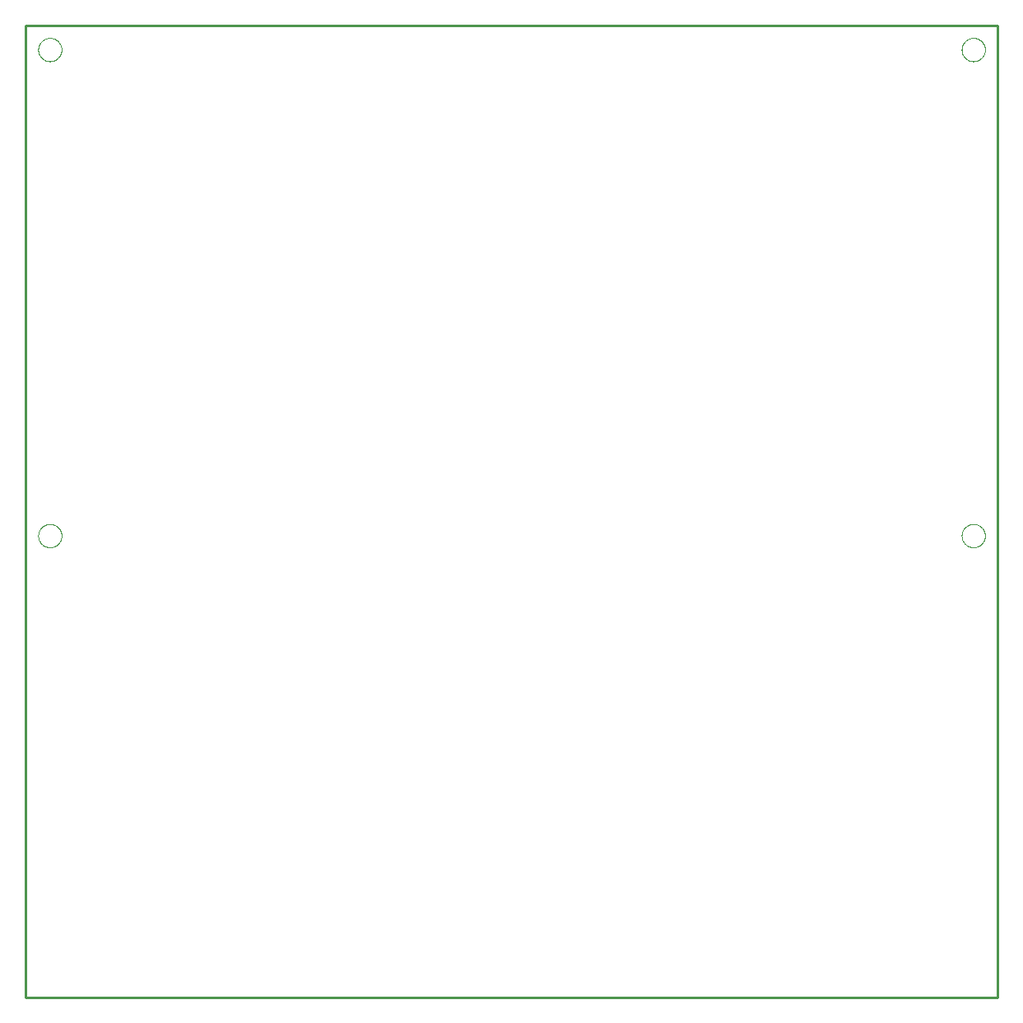
<source format=gm1>
G75*
%MOIN*%
%OFA0B0*%
%FSLAX25Y25*%
%IPPOS*%
%LPD*%
%AMOC8*
5,1,8,0,0,1.08239X$1,22.5*
%
%ADD10C,0.00000*%
%ADD11C,0.00984*%
D10*
X0005000Y0005000D02*
X0398701Y0005000D01*
X0398701Y0398701D01*
X0005000Y0398701D01*
X0005000Y0005000D01*
X0010119Y0192008D02*
X0010121Y0192145D01*
X0010127Y0192283D01*
X0010137Y0192420D01*
X0010151Y0192556D01*
X0010169Y0192693D01*
X0010191Y0192828D01*
X0010217Y0192963D01*
X0010246Y0193097D01*
X0010280Y0193231D01*
X0010317Y0193363D01*
X0010359Y0193494D01*
X0010404Y0193624D01*
X0010453Y0193752D01*
X0010505Y0193879D01*
X0010562Y0194004D01*
X0010621Y0194128D01*
X0010685Y0194250D01*
X0010752Y0194370D01*
X0010822Y0194488D01*
X0010896Y0194604D01*
X0010973Y0194718D01*
X0011054Y0194829D01*
X0011137Y0194938D01*
X0011224Y0195045D01*
X0011314Y0195148D01*
X0011407Y0195250D01*
X0011503Y0195348D01*
X0011601Y0195444D01*
X0011703Y0195537D01*
X0011806Y0195627D01*
X0011913Y0195714D01*
X0012022Y0195797D01*
X0012133Y0195878D01*
X0012247Y0195955D01*
X0012363Y0196029D01*
X0012481Y0196099D01*
X0012601Y0196166D01*
X0012723Y0196230D01*
X0012847Y0196289D01*
X0012972Y0196346D01*
X0013099Y0196398D01*
X0013227Y0196447D01*
X0013357Y0196492D01*
X0013488Y0196534D01*
X0013620Y0196571D01*
X0013754Y0196605D01*
X0013888Y0196634D01*
X0014023Y0196660D01*
X0014158Y0196682D01*
X0014295Y0196700D01*
X0014431Y0196714D01*
X0014568Y0196724D01*
X0014706Y0196730D01*
X0014843Y0196732D01*
X0014980Y0196730D01*
X0015118Y0196724D01*
X0015255Y0196714D01*
X0015391Y0196700D01*
X0015528Y0196682D01*
X0015663Y0196660D01*
X0015798Y0196634D01*
X0015932Y0196605D01*
X0016066Y0196571D01*
X0016198Y0196534D01*
X0016329Y0196492D01*
X0016459Y0196447D01*
X0016587Y0196398D01*
X0016714Y0196346D01*
X0016839Y0196289D01*
X0016963Y0196230D01*
X0017085Y0196166D01*
X0017205Y0196099D01*
X0017323Y0196029D01*
X0017439Y0195955D01*
X0017553Y0195878D01*
X0017664Y0195797D01*
X0017773Y0195714D01*
X0017880Y0195627D01*
X0017983Y0195537D01*
X0018085Y0195444D01*
X0018183Y0195348D01*
X0018279Y0195250D01*
X0018372Y0195148D01*
X0018462Y0195045D01*
X0018549Y0194938D01*
X0018632Y0194829D01*
X0018713Y0194718D01*
X0018790Y0194604D01*
X0018864Y0194488D01*
X0018934Y0194370D01*
X0019001Y0194250D01*
X0019065Y0194128D01*
X0019124Y0194004D01*
X0019181Y0193879D01*
X0019233Y0193752D01*
X0019282Y0193624D01*
X0019327Y0193494D01*
X0019369Y0193363D01*
X0019406Y0193231D01*
X0019440Y0193097D01*
X0019469Y0192963D01*
X0019495Y0192828D01*
X0019517Y0192693D01*
X0019535Y0192556D01*
X0019549Y0192420D01*
X0019559Y0192283D01*
X0019565Y0192145D01*
X0019567Y0192008D01*
X0019565Y0191871D01*
X0019559Y0191733D01*
X0019549Y0191596D01*
X0019535Y0191460D01*
X0019517Y0191323D01*
X0019495Y0191188D01*
X0019469Y0191053D01*
X0019440Y0190919D01*
X0019406Y0190785D01*
X0019369Y0190653D01*
X0019327Y0190522D01*
X0019282Y0190392D01*
X0019233Y0190264D01*
X0019181Y0190137D01*
X0019124Y0190012D01*
X0019065Y0189888D01*
X0019001Y0189766D01*
X0018934Y0189646D01*
X0018864Y0189528D01*
X0018790Y0189412D01*
X0018713Y0189298D01*
X0018632Y0189187D01*
X0018549Y0189078D01*
X0018462Y0188971D01*
X0018372Y0188868D01*
X0018279Y0188766D01*
X0018183Y0188668D01*
X0018085Y0188572D01*
X0017983Y0188479D01*
X0017880Y0188389D01*
X0017773Y0188302D01*
X0017664Y0188219D01*
X0017553Y0188138D01*
X0017439Y0188061D01*
X0017323Y0187987D01*
X0017205Y0187917D01*
X0017085Y0187850D01*
X0016963Y0187786D01*
X0016839Y0187727D01*
X0016714Y0187670D01*
X0016587Y0187618D01*
X0016459Y0187569D01*
X0016329Y0187524D01*
X0016198Y0187482D01*
X0016066Y0187445D01*
X0015932Y0187411D01*
X0015798Y0187382D01*
X0015663Y0187356D01*
X0015528Y0187334D01*
X0015391Y0187316D01*
X0015255Y0187302D01*
X0015118Y0187292D01*
X0014980Y0187286D01*
X0014843Y0187284D01*
X0014706Y0187286D01*
X0014568Y0187292D01*
X0014431Y0187302D01*
X0014295Y0187316D01*
X0014158Y0187334D01*
X0014023Y0187356D01*
X0013888Y0187382D01*
X0013754Y0187411D01*
X0013620Y0187445D01*
X0013488Y0187482D01*
X0013357Y0187524D01*
X0013227Y0187569D01*
X0013099Y0187618D01*
X0012972Y0187670D01*
X0012847Y0187727D01*
X0012723Y0187786D01*
X0012601Y0187850D01*
X0012481Y0187917D01*
X0012363Y0187987D01*
X0012247Y0188061D01*
X0012133Y0188138D01*
X0012022Y0188219D01*
X0011913Y0188302D01*
X0011806Y0188389D01*
X0011703Y0188479D01*
X0011601Y0188572D01*
X0011503Y0188668D01*
X0011407Y0188766D01*
X0011314Y0188868D01*
X0011224Y0188971D01*
X0011137Y0189078D01*
X0011054Y0189187D01*
X0010973Y0189298D01*
X0010896Y0189412D01*
X0010822Y0189528D01*
X0010752Y0189646D01*
X0010685Y0189766D01*
X0010621Y0189888D01*
X0010562Y0190012D01*
X0010505Y0190137D01*
X0010453Y0190264D01*
X0010404Y0190392D01*
X0010359Y0190522D01*
X0010317Y0190653D01*
X0010280Y0190785D01*
X0010246Y0190919D01*
X0010217Y0191053D01*
X0010191Y0191188D01*
X0010169Y0191323D01*
X0010151Y0191460D01*
X0010137Y0191596D01*
X0010127Y0191733D01*
X0010121Y0191871D01*
X0010119Y0192008D01*
X0010119Y0388858D02*
X0010121Y0388995D01*
X0010127Y0389133D01*
X0010137Y0389270D01*
X0010151Y0389406D01*
X0010169Y0389543D01*
X0010191Y0389678D01*
X0010217Y0389813D01*
X0010246Y0389947D01*
X0010280Y0390081D01*
X0010317Y0390213D01*
X0010359Y0390344D01*
X0010404Y0390474D01*
X0010453Y0390602D01*
X0010505Y0390729D01*
X0010562Y0390854D01*
X0010621Y0390978D01*
X0010685Y0391100D01*
X0010752Y0391220D01*
X0010822Y0391338D01*
X0010896Y0391454D01*
X0010973Y0391568D01*
X0011054Y0391679D01*
X0011137Y0391788D01*
X0011224Y0391895D01*
X0011314Y0391998D01*
X0011407Y0392100D01*
X0011503Y0392198D01*
X0011601Y0392294D01*
X0011703Y0392387D01*
X0011806Y0392477D01*
X0011913Y0392564D01*
X0012022Y0392647D01*
X0012133Y0392728D01*
X0012247Y0392805D01*
X0012363Y0392879D01*
X0012481Y0392949D01*
X0012601Y0393016D01*
X0012723Y0393080D01*
X0012847Y0393139D01*
X0012972Y0393196D01*
X0013099Y0393248D01*
X0013227Y0393297D01*
X0013357Y0393342D01*
X0013488Y0393384D01*
X0013620Y0393421D01*
X0013754Y0393455D01*
X0013888Y0393484D01*
X0014023Y0393510D01*
X0014158Y0393532D01*
X0014295Y0393550D01*
X0014431Y0393564D01*
X0014568Y0393574D01*
X0014706Y0393580D01*
X0014843Y0393582D01*
X0014980Y0393580D01*
X0015118Y0393574D01*
X0015255Y0393564D01*
X0015391Y0393550D01*
X0015528Y0393532D01*
X0015663Y0393510D01*
X0015798Y0393484D01*
X0015932Y0393455D01*
X0016066Y0393421D01*
X0016198Y0393384D01*
X0016329Y0393342D01*
X0016459Y0393297D01*
X0016587Y0393248D01*
X0016714Y0393196D01*
X0016839Y0393139D01*
X0016963Y0393080D01*
X0017085Y0393016D01*
X0017205Y0392949D01*
X0017323Y0392879D01*
X0017439Y0392805D01*
X0017553Y0392728D01*
X0017664Y0392647D01*
X0017773Y0392564D01*
X0017880Y0392477D01*
X0017983Y0392387D01*
X0018085Y0392294D01*
X0018183Y0392198D01*
X0018279Y0392100D01*
X0018372Y0391998D01*
X0018462Y0391895D01*
X0018549Y0391788D01*
X0018632Y0391679D01*
X0018713Y0391568D01*
X0018790Y0391454D01*
X0018864Y0391338D01*
X0018934Y0391220D01*
X0019001Y0391100D01*
X0019065Y0390978D01*
X0019124Y0390854D01*
X0019181Y0390729D01*
X0019233Y0390602D01*
X0019282Y0390474D01*
X0019327Y0390344D01*
X0019369Y0390213D01*
X0019406Y0390081D01*
X0019440Y0389947D01*
X0019469Y0389813D01*
X0019495Y0389678D01*
X0019517Y0389543D01*
X0019535Y0389406D01*
X0019549Y0389270D01*
X0019559Y0389133D01*
X0019565Y0388995D01*
X0019567Y0388858D01*
X0019565Y0388721D01*
X0019559Y0388583D01*
X0019549Y0388446D01*
X0019535Y0388310D01*
X0019517Y0388173D01*
X0019495Y0388038D01*
X0019469Y0387903D01*
X0019440Y0387769D01*
X0019406Y0387635D01*
X0019369Y0387503D01*
X0019327Y0387372D01*
X0019282Y0387242D01*
X0019233Y0387114D01*
X0019181Y0386987D01*
X0019124Y0386862D01*
X0019065Y0386738D01*
X0019001Y0386616D01*
X0018934Y0386496D01*
X0018864Y0386378D01*
X0018790Y0386262D01*
X0018713Y0386148D01*
X0018632Y0386037D01*
X0018549Y0385928D01*
X0018462Y0385821D01*
X0018372Y0385718D01*
X0018279Y0385616D01*
X0018183Y0385518D01*
X0018085Y0385422D01*
X0017983Y0385329D01*
X0017880Y0385239D01*
X0017773Y0385152D01*
X0017664Y0385069D01*
X0017553Y0384988D01*
X0017439Y0384911D01*
X0017323Y0384837D01*
X0017205Y0384767D01*
X0017085Y0384700D01*
X0016963Y0384636D01*
X0016839Y0384577D01*
X0016714Y0384520D01*
X0016587Y0384468D01*
X0016459Y0384419D01*
X0016329Y0384374D01*
X0016198Y0384332D01*
X0016066Y0384295D01*
X0015932Y0384261D01*
X0015798Y0384232D01*
X0015663Y0384206D01*
X0015528Y0384184D01*
X0015391Y0384166D01*
X0015255Y0384152D01*
X0015118Y0384142D01*
X0014980Y0384136D01*
X0014843Y0384134D01*
X0014706Y0384136D01*
X0014568Y0384142D01*
X0014431Y0384152D01*
X0014295Y0384166D01*
X0014158Y0384184D01*
X0014023Y0384206D01*
X0013888Y0384232D01*
X0013754Y0384261D01*
X0013620Y0384295D01*
X0013488Y0384332D01*
X0013357Y0384374D01*
X0013227Y0384419D01*
X0013099Y0384468D01*
X0012972Y0384520D01*
X0012847Y0384577D01*
X0012723Y0384636D01*
X0012601Y0384700D01*
X0012481Y0384767D01*
X0012363Y0384837D01*
X0012247Y0384911D01*
X0012133Y0384988D01*
X0012022Y0385069D01*
X0011913Y0385152D01*
X0011806Y0385239D01*
X0011703Y0385329D01*
X0011601Y0385422D01*
X0011503Y0385518D01*
X0011407Y0385616D01*
X0011314Y0385718D01*
X0011224Y0385821D01*
X0011137Y0385928D01*
X0011054Y0386037D01*
X0010973Y0386148D01*
X0010896Y0386262D01*
X0010822Y0386378D01*
X0010752Y0386496D01*
X0010685Y0386616D01*
X0010621Y0386738D01*
X0010562Y0386862D01*
X0010505Y0386987D01*
X0010453Y0387114D01*
X0010404Y0387242D01*
X0010359Y0387372D01*
X0010317Y0387503D01*
X0010280Y0387635D01*
X0010246Y0387769D01*
X0010217Y0387903D01*
X0010191Y0388038D01*
X0010169Y0388173D01*
X0010151Y0388310D01*
X0010137Y0388446D01*
X0010127Y0388583D01*
X0010121Y0388721D01*
X0010119Y0388858D01*
X0384134Y0388858D02*
X0384136Y0388995D01*
X0384142Y0389133D01*
X0384152Y0389270D01*
X0384166Y0389406D01*
X0384184Y0389543D01*
X0384206Y0389678D01*
X0384232Y0389813D01*
X0384261Y0389947D01*
X0384295Y0390081D01*
X0384332Y0390213D01*
X0384374Y0390344D01*
X0384419Y0390474D01*
X0384468Y0390602D01*
X0384520Y0390729D01*
X0384577Y0390854D01*
X0384636Y0390978D01*
X0384700Y0391100D01*
X0384767Y0391220D01*
X0384837Y0391338D01*
X0384911Y0391454D01*
X0384988Y0391568D01*
X0385069Y0391679D01*
X0385152Y0391788D01*
X0385239Y0391895D01*
X0385329Y0391998D01*
X0385422Y0392100D01*
X0385518Y0392198D01*
X0385616Y0392294D01*
X0385718Y0392387D01*
X0385821Y0392477D01*
X0385928Y0392564D01*
X0386037Y0392647D01*
X0386148Y0392728D01*
X0386262Y0392805D01*
X0386378Y0392879D01*
X0386496Y0392949D01*
X0386616Y0393016D01*
X0386738Y0393080D01*
X0386862Y0393139D01*
X0386987Y0393196D01*
X0387114Y0393248D01*
X0387242Y0393297D01*
X0387372Y0393342D01*
X0387503Y0393384D01*
X0387635Y0393421D01*
X0387769Y0393455D01*
X0387903Y0393484D01*
X0388038Y0393510D01*
X0388173Y0393532D01*
X0388310Y0393550D01*
X0388446Y0393564D01*
X0388583Y0393574D01*
X0388721Y0393580D01*
X0388858Y0393582D01*
X0388995Y0393580D01*
X0389133Y0393574D01*
X0389270Y0393564D01*
X0389406Y0393550D01*
X0389543Y0393532D01*
X0389678Y0393510D01*
X0389813Y0393484D01*
X0389947Y0393455D01*
X0390081Y0393421D01*
X0390213Y0393384D01*
X0390344Y0393342D01*
X0390474Y0393297D01*
X0390602Y0393248D01*
X0390729Y0393196D01*
X0390854Y0393139D01*
X0390978Y0393080D01*
X0391100Y0393016D01*
X0391220Y0392949D01*
X0391338Y0392879D01*
X0391454Y0392805D01*
X0391568Y0392728D01*
X0391679Y0392647D01*
X0391788Y0392564D01*
X0391895Y0392477D01*
X0391998Y0392387D01*
X0392100Y0392294D01*
X0392198Y0392198D01*
X0392294Y0392100D01*
X0392387Y0391998D01*
X0392477Y0391895D01*
X0392564Y0391788D01*
X0392647Y0391679D01*
X0392728Y0391568D01*
X0392805Y0391454D01*
X0392879Y0391338D01*
X0392949Y0391220D01*
X0393016Y0391100D01*
X0393080Y0390978D01*
X0393139Y0390854D01*
X0393196Y0390729D01*
X0393248Y0390602D01*
X0393297Y0390474D01*
X0393342Y0390344D01*
X0393384Y0390213D01*
X0393421Y0390081D01*
X0393455Y0389947D01*
X0393484Y0389813D01*
X0393510Y0389678D01*
X0393532Y0389543D01*
X0393550Y0389406D01*
X0393564Y0389270D01*
X0393574Y0389133D01*
X0393580Y0388995D01*
X0393582Y0388858D01*
X0393580Y0388721D01*
X0393574Y0388583D01*
X0393564Y0388446D01*
X0393550Y0388310D01*
X0393532Y0388173D01*
X0393510Y0388038D01*
X0393484Y0387903D01*
X0393455Y0387769D01*
X0393421Y0387635D01*
X0393384Y0387503D01*
X0393342Y0387372D01*
X0393297Y0387242D01*
X0393248Y0387114D01*
X0393196Y0386987D01*
X0393139Y0386862D01*
X0393080Y0386738D01*
X0393016Y0386616D01*
X0392949Y0386496D01*
X0392879Y0386378D01*
X0392805Y0386262D01*
X0392728Y0386148D01*
X0392647Y0386037D01*
X0392564Y0385928D01*
X0392477Y0385821D01*
X0392387Y0385718D01*
X0392294Y0385616D01*
X0392198Y0385518D01*
X0392100Y0385422D01*
X0391998Y0385329D01*
X0391895Y0385239D01*
X0391788Y0385152D01*
X0391679Y0385069D01*
X0391568Y0384988D01*
X0391454Y0384911D01*
X0391338Y0384837D01*
X0391220Y0384767D01*
X0391100Y0384700D01*
X0390978Y0384636D01*
X0390854Y0384577D01*
X0390729Y0384520D01*
X0390602Y0384468D01*
X0390474Y0384419D01*
X0390344Y0384374D01*
X0390213Y0384332D01*
X0390081Y0384295D01*
X0389947Y0384261D01*
X0389813Y0384232D01*
X0389678Y0384206D01*
X0389543Y0384184D01*
X0389406Y0384166D01*
X0389270Y0384152D01*
X0389133Y0384142D01*
X0388995Y0384136D01*
X0388858Y0384134D01*
X0388721Y0384136D01*
X0388583Y0384142D01*
X0388446Y0384152D01*
X0388310Y0384166D01*
X0388173Y0384184D01*
X0388038Y0384206D01*
X0387903Y0384232D01*
X0387769Y0384261D01*
X0387635Y0384295D01*
X0387503Y0384332D01*
X0387372Y0384374D01*
X0387242Y0384419D01*
X0387114Y0384468D01*
X0386987Y0384520D01*
X0386862Y0384577D01*
X0386738Y0384636D01*
X0386616Y0384700D01*
X0386496Y0384767D01*
X0386378Y0384837D01*
X0386262Y0384911D01*
X0386148Y0384988D01*
X0386037Y0385069D01*
X0385928Y0385152D01*
X0385821Y0385239D01*
X0385718Y0385329D01*
X0385616Y0385422D01*
X0385518Y0385518D01*
X0385422Y0385616D01*
X0385329Y0385718D01*
X0385239Y0385821D01*
X0385152Y0385928D01*
X0385069Y0386037D01*
X0384988Y0386148D01*
X0384911Y0386262D01*
X0384837Y0386378D01*
X0384767Y0386496D01*
X0384700Y0386616D01*
X0384636Y0386738D01*
X0384577Y0386862D01*
X0384520Y0386987D01*
X0384468Y0387114D01*
X0384419Y0387242D01*
X0384374Y0387372D01*
X0384332Y0387503D01*
X0384295Y0387635D01*
X0384261Y0387769D01*
X0384232Y0387903D01*
X0384206Y0388038D01*
X0384184Y0388173D01*
X0384166Y0388310D01*
X0384152Y0388446D01*
X0384142Y0388583D01*
X0384136Y0388721D01*
X0384134Y0388858D01*
X0384134Y0192008D02*
X0384136Y0192145D01*
X0384142Y0192283D01*
X0384152Y0192420D01*
X0384166Y0192556D01*
X0384184Y0192693D01*
X0384206Y0192828D01*
X0384232Y0192963D01*
X0384261Y0193097D01*
X0384295Y0193231D01*
X0384332Y0193363D01*
X0384374Y0193494D01*
X0384419Y0193624D01*
X0384468Y0193752D01*
X0384520Y0193879D01*
X0384577Y0194004D01*
X0384636Y0194128D01*
X0384700Y0194250D01*
X0384767Y0194370D01*
X0384837Y0194488D01*
X0384911Y0194604D01*
X0384988Y0194718D01*
X0385069Y0194829D01*
X0385152Y0194938D01*
X0385239Y0195045D01*
X0385329Y0195148D01*
X0385422Y0195250D01*
X0385518Y0195348D01*
X0385616Y0195444D01*
X0385718Y0195537D01*
X0385821Y0195627D01*
X0385928Y0195714D01*
X0386037Y0195797D01*
X0386148Y0195878D01*
X0386262Y0195955D01*
X0386378Y0196029D01*
X0386496Y0196099D01*
X0386616Y0196166D01*
X0386738Y0196230D01*
X0386862Y0196289D01*
X0386987Y0196346D01*
X0387114Y0196398D01*
X0387242Y0196447D01*
X0387372Y0196492D01*
X0387503Y0196534D01*
X0387635Y0196571D01*
X0387769Y0196605D01*
X0387903Y0196634D01*
X0388038Y0196660D01*
X0388173Y0196682D01*
X0388310Y0196700D01*
X0388446Y0196714D01*
X0388583Y0196724D01*
X0388721Y0196730D01*
X0388858Y0196732D01*
X0388995Y0196730D01*
X0389133Y0196724D01*
X0389270Y0196714D01*
X0389406Y0196700D01*
X0389543Y0196682D01*
X0389678Y0196660D01*
X0389813Y0196634D01*
X0389947Y0196605D01*
X0390081Y0196571D01*
X0390213Y0196534D01*
X0390344Y0196492D01*
X0390474Y0196447D01*
X0390602Y0196398D01*
X0390729Y0196346D01*
X0390854Y0196289D01*
X0390978Y0196230D01*
X0391100Y0196166D01*
X0391220Y0196099D01*
X0391338Y0196029D01*
X0391454Y0195955D01*
X0391568Y0195878D01*
X0391679Y0195797D01*
X0391788Y0195714D01*
X0391895Y0195627D01*
X0391998Y0195537D01*
X0392100Y0195444D01*
X0392198Y0195348D01*
X0392294Y0195250D01*
X0392387Y0195148D01*
X0392477Y0195045D01*
X0392564Y0194938D01*
X0392647Y0194829D01*
X0392728Y0194718D01*
X0392805Y0194604D01*
X0392879Y0194488D01*
X0392949Y0194370D01*
X0393016Y0194250D01*
X0393080Y0194128D01*
X0393139Y0194004D01*
X0393196Y0193879D01*
X0393248Y0193752D01*
X0393297Y0193624D01*
X0393342Y0193494D01*
X0393384Y0193363D01*
X0393421Y0193231D01*
X0393455Y0193097D01*
X0393484Y0192963D01*
X0393510Y0192828D01*
X0393532Y0192693D01*
X0393550Y0192556D01*
X0393564Y0192420D01*
X0393574Y0192283D01*
X0393580Y0192145D01*
X0393582Y0192008D01*
X0393580Y0191871D01*
X0393574Y0191733D01*
X0393564Y0191596D01*
X0393550Y0191460D01*
X0393532Y0191323D01*
X0393510Y0191188D01*
X0393484Y0191053D01*
X0393455Y0190919D01*
X0393421Y0190785D01*
X0393384Y0190653D01*
X0393342Y0190522D01*
X0393297Y0190392D01*
X0393248Y0190264D01*
X0393196Y0190137D01*
X0393139Y0190012D01*
X0393080Y0189888D01*
X0393016Y0189766D01*
X0392949Y0189646D01*
X0392879Y0189528D01*
X0392805Y0189412D01*
X0392728Y0189298D01*
X0392647Y0189187D01*
X0392564Y0189078D01*
X0392477Y0188971D01*
X0392387Y0188868D01*
X0392294Y0188766D01*
X0392198Y0188668D01*
X0392100Y0188572D01*
X0391998Y0188479D01*
X0391895Y0188389D01*
X0391788Y0188302D01*
X0391679Y0188219D01*
X0391568Y0188138D01*
X0391454Y0188061D01*
X0391338Y0187987D01*
X0391220Y0187917D01*
X0391100Y0187850D01*
X0390978Y0187786D01*
X0390854Y0187727D01*
X0390729Y0187670D01*
X0390602Y0187618D01*
X0390474Y0187569D01*
X0390344Y0187524D01*
X0390213Y0187482D01*
X0390081Y0187445D01*
X0389947Y0187411D01*
X0389813Y0187382D01*
X0389678Y0187356D01*
X0389543Y0187334D01*
X0389406Y0187316D01*
X0389270Y0187302D01*
X0389133Y0187292D01*
X0388995Y0187286D01*
X0388858Y0187284D01*
X0388721Y0187286D01*
X0388583Y0187292D01*
X0388446Y0187302D01*
X0388310Y0187316D01*
X0388173Y0187334D01*
X0388038Y0187356D01*
X0387903Y0187382D01*
X0387769Y0187411D01*
X0387635Y0187445D01*
X0387503Y0187482D01*
X0387372Y0187524D01*
X0387242Y0187569D01*
X0387114Y0187618D01*
X0386987Y0187670D01*
X0386862Y0187727D01*
X0386738Y0187786D01*
X0386616Y0187850D01*
X0386496Y0187917D01*
X0386378Y0187987D01*
X0386262Y0188061D01*
X0386148Y0188138D01*
X0386037Y0188219D01*
X0385928Y0188302D01*
X0385821Y0188389D01*
X0385718Y0188479D01*
X0385616Y0188572D01*
X0385518Y0188668D01*
X0385422Y0188766D01*
X0385329Y0188868D01*
X0385239Y0188971D01*
X0385152Y0189078D01*
X0385069Y0189187D01*
X0384988Y0189298D01*
X0384911Y0189412D01*
X0384837Y0189528D01*
X0384767Y0189646D01*
X0384700Y0189766D01*
X0384636Y0189888D01*
X0384577Y0190012D01*
X0384520Y0190137D01*
X0384468Y0190264D01*
X0384419Y0190392D01*
X0384374Y0190522D01*
X0384332Y0190653D01*
X0384295Y0190785D01*
X0384261Y0190919D01*
X0384232Y0191053D01*
X0384206Y0191188D01*
X0384184Y0191323D01*
X0384166Y0191460D01*
X0384152Y0191596D01*
X0384142Y0191733D01*
X0384136Y0191871D01*
X0384134Y0192008D01*
D11*
X0398701Y0005000D02*
X0005000Y0005000D01*
X0005000Y0398701D01*
X0398701Y0398701D01*
X0398701Y0005000D01*
M02*

</source>
